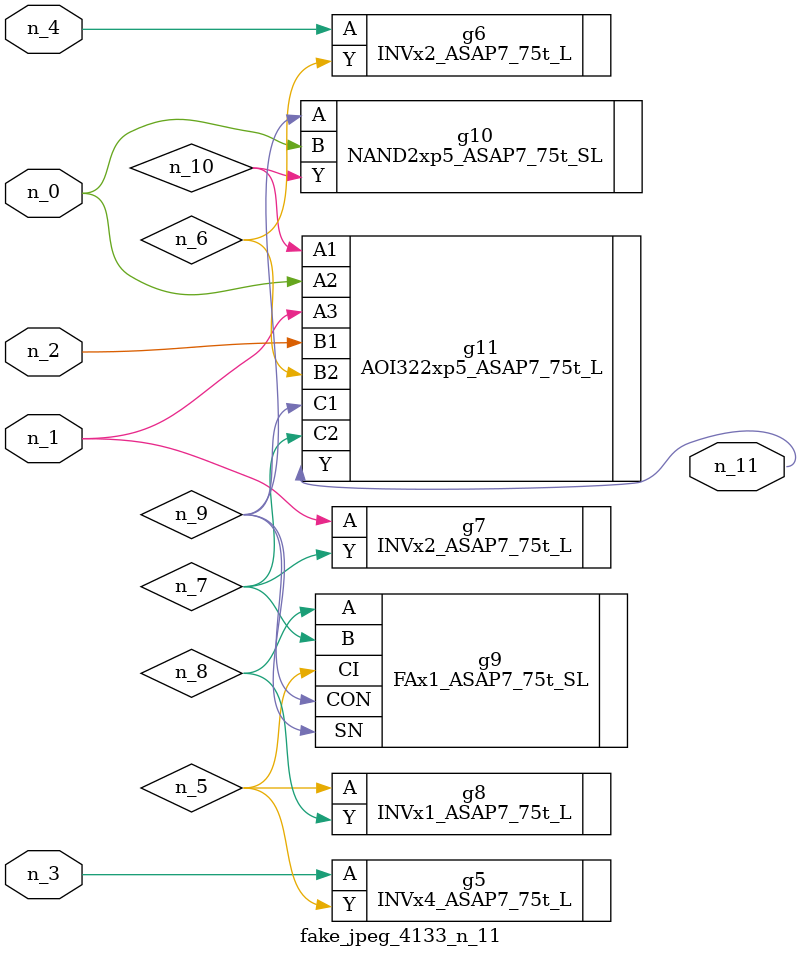
<source format=v>
module fake_jpeg_4133_n_11 (n_3, n_2, n_1, n_0, n_4, n_11);

input n_3;
input n_2;
input n_1;
input n_0;
input n_4;

output n_11;

wire n_10;
wire n_8;
wire n_9;
wire n_6;
wire n_5;
wire n_7;

INVx4_ASAP7_75t_L g5 ( 
.A(n_3),
.Y(n_5)
);

INVx2_ASAP7_75t_L g6 ( 
.A(n_4),
.Y(n_6)
);

INVx2_ASAP7_75t_L g7 ( 
.A(n_1),
.Y(n_7)
);

INVx1_ASAP7_75t_L g8 ( 
.A(n_5),
.Y(n_8)
);

FAx1_ASAP7_75t_SL g9 ( 
.A(n_8),
.B(n_7),
.CI(n_5),
.CON(n_9),
.SN(n_9)
);

NAND2xp5_ASAP7_75t_SL g10 ( 
.A(n_9),
.B(n_0),
.Y(n_10)
);

AOI322xp5_ASAP7_75t_L g11 ( 
.A1(n_10),
.A2(n_0),
.A3(n_1),
.B1(n_2),
.B2(n_6),
.C1(n_9),
.C2(n_7),
.Y(n_11)
);


endmodule
</source>
